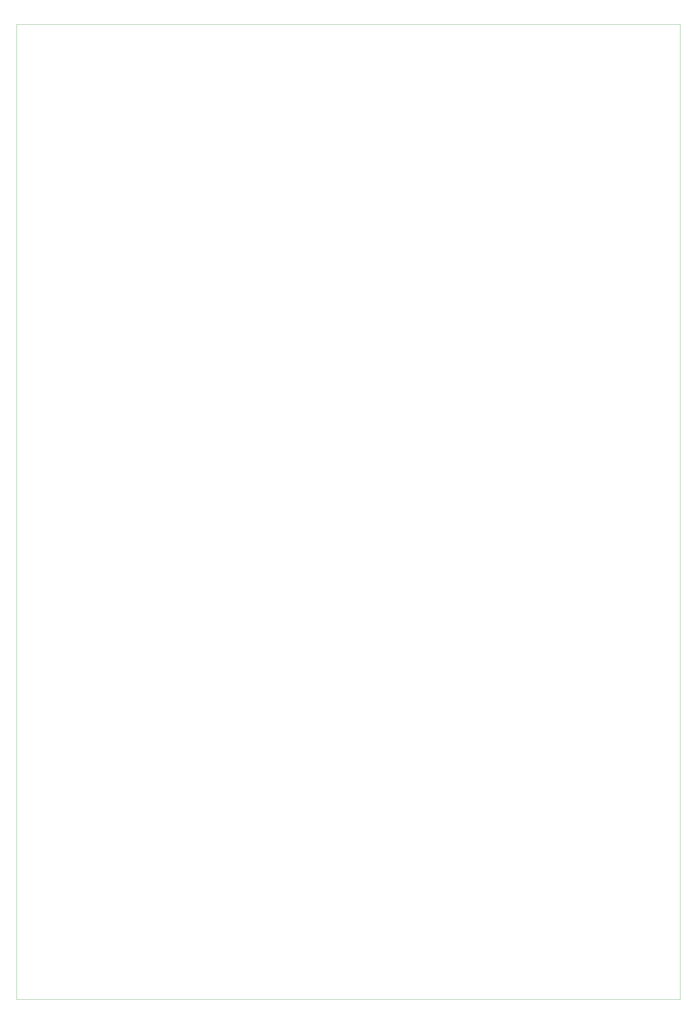
<source format=gbr>
%TF.GenerationSoftware,KiCad,Pcbnew,(5.1.10-1-10_14)*%
%TF.CreationDate,2021-11-23T13:55:23-05:00*%
%TF.ProjectId,FULL-assembly-backplane,46554c4c-2d61-4737-9365-6d626c792d62,rev?*%
%TF.SameCoordinates,Original*%
%TF.FileFunction,Profile,NP*%
%FSLAX46Y46*%
G04 Gerber Fmt 4.6, Leading zero omitted, Abs format (unit mm)*
G04 Created by KiCad (PCBNEW (5.1.10-1-10_14)) date 2021-11-23 13:55:23*
%MOMM*%
%LPD*%
G01*
G04 APERTURE LIST*
%TA.AperFunction,Profile*%
%ADD10C,0.050000*%
%TD*%
G04 APERTURE END LIST*
D10*
X99060000Y1270000D02*
X102616000Y1270000D01*
X102616000Y-307594000D02*
X99060000Y-307594000D01*
X99060000Y1270000D02*
X99060000Y-307594000D01*
X102616000Y1270000D02*
X199390000Y1270000D01*
X309372000Y-307594000D02*
X102616000Y-307594000D01*
X309372000Y1270000D02*
X309372000Y-307594000D01*
X199390000Y1270000D02*
X309372000Y1270000D01*
M02*

</source>
